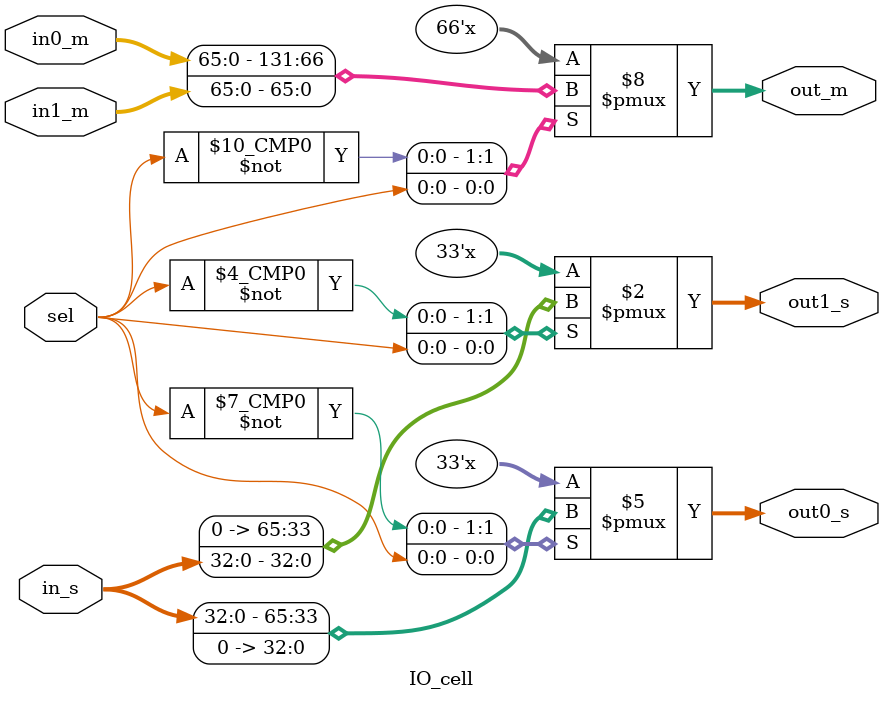
<source format=v>
module IO_cell (in0_m, in1_m, in_s, out0_s, out1_s, sel, out_m);

input [65:0] in0_m, in1_m;
input [32:0] in_s;
input sel;

output reg [65:0] out_m;
output reg [32:0] out0_s, out1_s;

always @*
begin
	case (sel)
	1'b0: begin out_m = in0_m; out0_s = in_s; out1_s = 0; end 
	1'b1: begin out_m = in1_m; out1_s = in_s; out0_s = 0; end
	default: begin out_m = 66'hx; out0_s = 32'hx; out1_s = 32'hx; end
	endcase
end
										
endmodule
</source>
